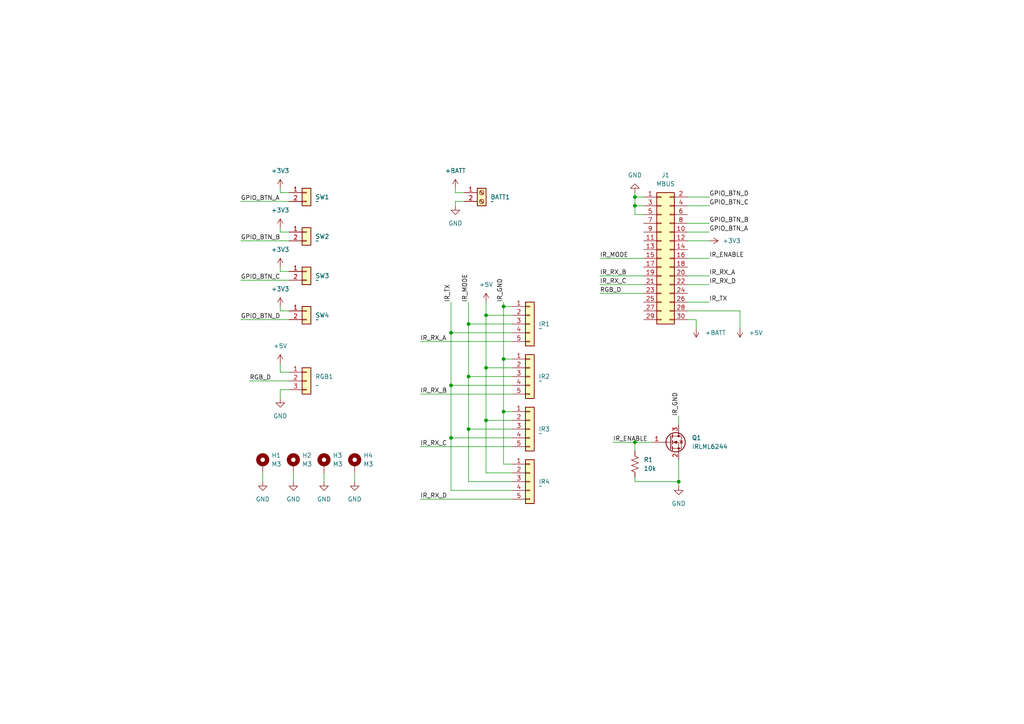
<source format=kicad_sch>
(kicad_sch (version 20230121) (generator eeschema)
  (paper "A4")
  (lib_symbols
    (symbol "Connector:Screw_Terminal_01x02" (pin_names (offset 1.016) hide)
      (property "Reference" "J" (at 0 2.54 0))
      (property "Value" "Screw_Terminal_01x02" (at 0 -5.08 0))
      (symbol "Screw_Terminal_01x02_1_1"
        (rectangle (start -1.27 1.27) (end 1.27 -3.81) (stroke (width 0.254)) (fill (type background)))
        (circle (center 0 -2.54) (radius 0.635) (stroke (width 0.1524)))
        (polyline (pts (xy -0.5334 -2.2098) (xy 0.3302 -3.048)) (stroke (width 0.1524)))
        (polyline (pts (xy -0.5334 0.3302) (xy 0.3302 -0.508)) (stroke (width 0.1524)))
        (polyline (pts (xy -0.3556 -2.032) (xy 0.508 -2.8702)) (stroke (width 0.1524)))
        (polyline (pts (xy -0.3556 0.508) (xy 0.508 -0.3302)) (stroke (width 0.1524)))
        (circle (center 0 0) (radius 0.635) (stroke (width 0.1524)))
        (pin passive line (at -5.08 0 0) (length 3.81) (name "Pin_1") (number "1"))
        (pin passive line (at -5.08 -2.54 0) (length 3.81) (name "Pin_2") (number "2"))
      )
    )
    (symbol "Connector_Generic:Conn_01x02" (pin_names (offset 1.016) hide)
      (property "Reference" "J" (at 0 2.54 0))
      (property "Value" "Conn_01x02" (at 0 -5.08 0))
      (symbol "Conn_01x02_1_1"
        (rectangle (start -1.27 -2.413) (end 0 -2.667) (stroke (width 0.1524)))
        (rectangle (start -1.27 0.127) (end 0 -0.127) (stroke (width 0.1524)))
        (rectangle (start -1.27 1.27) (end 1.27 -3.81) (stroke (width 0.254)) (fill (type background)))
        (pin passive line (at -5.08 0 0) (length 3.81) (name "Pin_1") (number "1"))
        (pin passive line (at -5.08 -2.54 0) (length 3.81) (name "Pin_2") (number "2"))
      )
    )
    (symbol "Connector_Generic:Conn_01x03" (pin_names (offset 1.016) hide)
      (property "Reference" "J" (at 0 5.08 0))
      (property "Value" "Conn_01x03" (at 0 -5.08 0))
      (symbol "Conn_01x03_1_1"
        (rectangle (start -1.27 -2.413) (end 0 -2.667) (stroke (width 0.1524)))
        (rectangle (start -1.27 0.127) (end 0 -0.127) (stroke (width 0.1524)))
        (rectangle (start -1.27 2.667) (end 0 2.413) (stroke (width 0.1524)))
        (rectangle (start -1.27 3.81) (end 1.27 -3.81) (stroke (width 0.254)) (fill (type background)))
        (pin passive line (at -5.08 2.54 0) (length 3.81) (name "Pin_1") (number "1"))
        (pin passive line (at -5.08 0 0) (length 3.81) (name "Pin_2") (number "2"))
        (pin passive line (at -5.08 -2.54 0) (length 3.81) (name "Pin_3") (number "3"))
      )
    )
    (symbol "Connector_Generic:Conn_01x05" (pin_names (offset 1.016) hide)
      (property "Reference" "J" (at 0 7.62 0))
      (property "Value" "Conn_01x05" (at 0 -7.62 0))
      (symbol "Conn_01x05_1_1"
        (rectangle (start -1.27 -4.953) (end 0 -5.207) (stroke (width 0.1524)))
        (rectangle (start -1.27 -2.413) (end 0 -2.667) (stroke (width 0.1524)))
        (rectangle (start -1.27 0.127) (end 0 -0.127) (stroke (width 0.1524)))
        (rectangle (start -1.27 2.667) (end 0 2.413) (stroke (width 0.1524)))
        (rectangle (start -1.27 5.207) (end 0 4.953) (stroke (width 0.1524)))
        (rectangle (start -1.27 6.35) (end 1.27 -6.35) (stroke (width 0.254)) (fill (type background)))
        (pin passive line (at -5.08 5.08 0) (length 3.81) (name "Pin_1") (number "1"))
        (pin passive line (at -5.08 2.54 0) (length 3.81) (name "Pin_2") (number "2"))
        (pin passive line (at -5.08 0 0) (length 3.81) (name "Pin_3") (number "3"))
        (pin passive line (at -5.08 -2.54 0) (length 3.81) (name "Pin_4") (number "4"))
        (pin passive line (at -5.08 -5.08 0) (length 3.81) (name "Pin_5") (number "5"))
      )
    )
    (symbol "Connector_Generic:Conn_02x15_Odd_Even" (pin_names (offset 1.016) hide)
      (property "Reference" "J" (at 1.27 20.32 0))
      (property "Value" "Conn_02x15_Odd_Even" (at 1.27 -20.32 0))
      (symbol "Conn_02x15_Odd_Even_1_1"
        (rectangle (start -1.27 -17.653) (end 0 -17.907) (stroke (width 0.1524)))
        (rectangle (start -1.27 -15.113) (end 0 -15.367) (stroke (width 0.1524)))
        (rectangle (start -1.27 -12.573) (end 0 -12.827) (stroke (width 0.1524)))
        (rectangle (start -1.27 -10.033) (end 0 -10.287) (stroke (width 0.1524)))
        (rectangle (start -1.27 -7.493) (end 0 -7.747) (stroke (width 0.1524)))
        (rectangle (start -1.27 -4.953) (end 0 -5.207) (stroke (width 0.1524)))
        (rectangle (start -1.27 -2.413) (end 0 -2.667) (stroke (width 0.1524)))
        (rectangle (start -1.27 0.127) (end 0 -0.127) (stroke (width 0.1524)))
        (rectangle (start -1.27 2.667) (end 0 2.413) (stroke (width 0.1524)))
        (rectangle (start -1.27 5.207) (end 0 4.953) (stroke (width 0.1524)))
        (rectangle (start -1.27 7.747) (end 0 7.493) (stroke (width 0.1524)))
        (rectangle (start -1.27 10.287) (end 0 10.033) (stroke (width 0.1524)))
        (rectangle (start -1.27 12.827) (end 0 12.573) (stroke (width 0.1524)))
        (rectangle (start -1.27 15.367) (end 0 15.113) (stroke (width 0.1524)))
        (rectangle (start -1.27 17.907) (end 0 17.653) (stroke (width 0.1524)))
        (rectangle (start -1.27 19.05) (end 3.81 -19.05) (stroke (width 0.254)) (fill (type background)))
        (rectangle (start 3.81 -17.653) (end 2.54 -17.907) (stroke (width 0.1524)))
        (rectangle (start 3.81 -15.113) (end 2.54 -15.367) (stroke (width 0.1524)))
        (rectangle (start 3.81 -12.573) (end 2.54 -12.827) (stroke (width 0.1524)))
        (rectangle (start 3.81 -10.033) (end 2.54 -10.287) (stroke (width 0.1524)))
        (rectangle (start 3.81 -7.493) (end 2.54 -7.747) (stroke (width 0.1524)))
        (rectangle (start 3.81 -4.953) (end 2.54 -5.207) (stroke (width 0.1524)))
        (rectangle (start 3.81 -2.413) (end 2.54 -2.667) (stroke (width 0.1524)))
        (rectangle (start 3.81 0.127) (end 2.54 -0.127) (stroke (width 0.1524)))
        (rectangle (start 3.81 2.667) (end 2.54 2.413) (stroke (width 0.1524)))
        (rectangle (start 3.81 5.207) (end 2.54 4.953) (stroke (width 0.1524)))
        (rectangle (start 3.81 7.747) (end 2.54 7.493) (stroke (width 0.1524)))
        (rectangle (start 3.81 10.287) (end 2.54 10.033) (stroke (width 0.1524)))
        (rectangle (start 3.81 12.827) (end 2.54 12.573) (stroke (width 0.1524)))
        (rectangle (start 3.81 15.367) (end 2.54 15.113) (stroke (width 0.1524)))
        (rectangle (start 3.81 17.907) (end 2.54 17.653) (stroke (width 0.1524)))
        (pin passive line (at -5.08 17.78 0) (length 3.81) (name "Pin_1") (number "1"))
        (pin passive line (at 7.62 7.62 180) (length 3.81) (name "Pin_10") (number "10"))
        (pin passive line (at -5.08 5.08 0) (length 3.81) (name "Pin_11") (number "11"))
        (pin passive line (at 7.62 5.08 180) (length 3.81) (name "Pin_12") (number "12"))
        (pin passive line (at -5.08 2.54 0) (length 3.81) (name "Pin_13") (number "13"))
        (pin passive line (at 7.62 2.54 180) (length 3.81) (name "Pin_14") (number "14"))
        (pin passive line (at -5.08 0 0) (length 3.81) (name "Pin_15") (number "15"))
        (pin passive line (at 7.62 0 180) (length 3.81) (name "Pin_16") (number "16"))
        (pin passive line (at -5.08 -2.54 0) (length 3.81) (name "Pin_17") (number "17"))
        (pin passive line (at 7.62 -2.54 180) (length 3.81) (name "Pin_18") (number "18"))
        (pin passive line (at -5.08 -5.08 0) (length 3.81) (name "Pin_19") (number "19"))
        (pin passive line (at 7.62 17.78 180) (length 3.81) (name "Pin_2") (number "2"))
        (pin passive line (at 7.62 -5.08 180) (length 3.81) (name "Pin_20") (number "20"))
        (pin passive line (at -5.08 -7.62 0) (length 3.81) (name "Pin_21") (number "21"))
        (pin passive line (at 7.62 -7.62 180) (length 3.81) (name "Pin_22") (number "22"))
        (pin passive line (at -5.08 -10.16 0) (length 3.81) (name "Pin_23") (number "23"))
        (pin passive line (at 7.62 -10.16 180) (length 3.81) (name "Pin_24") (number "24"))
        (pin passive line (at -5.08 -12.7 0) (length 3.81) (name "Pin_25") (number "25"))
        (pin passive line (at 7.62 -12.7 180) (length 3.81) (name "Pin_26") (number "26"))
        (pin passive line (at -5.08 -15.24 0) (length 3.81) (name "Pin_27") (number "27"))
        (pin passive line (at 7.62 -15.24 180) (length 3.81) (name "Pin_28") (number "28"))
        (pin passive line (at -5.08 -17.78 0) (length 3.81) (name "Pin_29") (number "29"))
        (pin passive line (at -5.08 15.24 0) (length 3.81) (name "Pin_3") (number "3"))
        (pin passive line (at 7.62 -17.78 180) (length 3.81) (name "Pin_30") (number "30"))
        (pin passive line (at 7.62 15.24 180) (length 3.81) (name "Pin_4") (number "4"))
        (pin passive line (at -5.08 12.7 0) (length 3.81) (name "Pin_5") (number "5"))
        (pin passive line (at 7.62 12.7 180) (length 3.81) (name "Pin_6") (number "6"))
        (pin passive line (at -5.08 10.16 0) (length 3.81) (name "Pin_7") (number "7"))
        (pin passive line (at 7.62 10.16 180) (length 3.81) (name "Pin_8") (number "8"))
        (pin passive line (at -5.08 7.62 0) (length 3.81) (name "Pin_9") (number "9"))
      )
    )
    (symbol "Device:R_US" (pin_numbers hide) (pin_names (offset 0))
      (property "Reference" "R" (at 2.54 0 90))
      (property "Value" "R_US" (at -2.54 0 90))
      (symbol "R_US_0_1"
        (polyline (pts (xy 0 -2.286) (xy 0 -2.54)))
        (polyline (pts (xy 0 2.286) (xy 0 2.54)))
        (polyline (pts (xy 0 -0.762) (xy 1.016 -1.143) (xy 0 -1.524) (xy -1.016 -1.905) (xy 0 -2.286)))
        (polyline (pts (xy 0 0.762) (xy 1.016 0.381) (xy 0 0) (xy -1.016 -0.381) (xy 0 -0.762)))
        (polyline (pts (xy 0 2.286) (xy 1.016 1.905) (xy 0 1.524) (xy -1.016 1.143) (xy 0 0.762)))
      )
      (symbol "R_US_1_1"
        (pin passive line (at 0 3.81 270) (length 1.27) (name "~") (number "1"))
        (pin passive line (at 0 -3.81 90) (length 1.27) (name "~") (number "2"))
      )
    )
    (symbol "Mechanical:MountingHole_Pad" (pin_numbers hide) (pin_names (offset 1.016) hide)
      (property "Reference" "H" (at 0 6.35 0))
      (property "Value" "MountingHole_Pad" (at 0 4.445 0))
      (symbol "MountingHole_Pad_0_1"
        (circle (center 0 1.27) (radius 1.27) (stroke (width 1.27)))
      )
      (symbol "MountingHole_Pad_1_1"
        (pin input line (at 0 -2.54 90) (length 2.54) (name "1") (number "1"))
      )
    )
    (symbol "Transistor_FET:IRLML6244" (pin_names hide)
      (property "Reference" "Q" (at 5.08 1.905 0))
      (property "Value" "IRLML6244" (at 5.08 0 0))
      (symbol "IRLML6244_0_1"
        (polyline (pts (xy 0.254 0) (xy -2.54 0)))
        (polyline (pts (xy 0.254 1.905) (xy 0.254 -1.905)) (stroke (width 0.254)))
        (polyline (pts (xy 0.762 -1.27) (xy 0.762 -2.286)) (stroke (width 0.254)))
        (polyline (pts (xy 0.762 0.508) (xy 0.762 -0.508)) (stroke (width 0.254)))
        (polyline (pts (xy 0.762 2.286) (xy 0.762 1.27)) (stroke (width 0.254)))
        (polyline (pts (xy 2.54 2.54) (xy 2.54 1.778)))
        (polyline (pts (xy 2.54 -2.54) (xy 2.54 0) (xy 0.762 0)))
        (polyline (pts (xy 0.762 -1.778) (xy 3.302 -1.778) (xy 3.302 1.778) (xy 0.762 1.778)))
        (polyline (pts (xy 1.016 0) (xy 2.032 0.381) (xy 2.032 -0.381) (xy 1.016 0)) (fill (type outline)))
        (polyline (pts (xy 2.794 0.508) (xy 2.921 0.381) (xy 3.683 0.381) (xy 3.81 0.254)))
        (polyline (pts (xy 3.302 0.381) (xy 2.921 -0.254) (xy 3.683 -0.254) (xy 3.302 0.381)))
        (circle (center 1.651 0) (radius 2.794) (stroke (width 0.254)))
        (circle (center 2.54 -1.778) (radius 0.254) (fill (type outline)))
        (circle (center 2.54 1.778) (radius 0.254) (fill (type outline)))
      )
      (symbol "IRLML6244_1_1"
        (pin input line (at -5.08 0 0) (length 2.54) (name "G") (number "1"))
        (pin passive line (at 2.54 -5.08 90) (length 2.54) (name "S") (number "2"))
        (pin passive line (at 2.54 5.08 270) (length 2.54) (name "D") (number "3"))
      )
    )
    (symbol "power:+3V3" (power) (pin_names (offset 0))
      (property "Value" "+3V3" (at 0 3.556 0))
      (symbol "+3V3_0_1"
        (polyline (pts (xy -0.762 1.27) (xy 0 2.54)))
        (polyline (pts (xy 0 0) (xy 0 2.54)))
        (polyline (pts (xy 0 2.54) (xy 0.762 1.27)))
      )
      (symbol "+3V3_1_1"
        (pin power_in line (at 0 0 90) (length 0) hide (name "+3V3") (number "1"))
      )
    )
    (symbol "power:+5V" (power) (pin_names (offset 0))
      (property "Value" "+5V" (at 0 3.556 0))
      (symbol "+5V_0_1"
        (polyline (pts (xy -0.762 1.27) (xy 0 2.54)))
        (polyline (pts (xy 0 0) (xy 0 2.54)))
        (polyline (pts (xy 0 2.54) (xy 0.762 1.27)))
      )
      (symbol "+5V_1_1"
        (pin power_in line (at 0 0 90) (length 0) hide (name "+5V") (number "1"))
      )
    )
    (symbol "power:+BATT" (power) (pin_names (offset 0))
      (property "Value" "+BATT" (at 0 3.556 0))
      (symbol "+BATT_0_1"
        (polyline (pts (xy -0.762 1.27) (xy 0 2.54)))
        (polyline (pts (xy 0 0) (xy 0 2.54)))
        (polyline (pts (xy 0 2.54) (xy 0.762 1.27)))
      )
      (symbol "+BATT_1_1"
        (pin power_in line (at 0 0 90) (length 0) hide (name "+BATT") (number "1"))
      )
    )
    (symbol "power:GND" (power) (pin_names (offset 0))
      (property "Value" "GND" (at 0 -3.81 0))
      (symbol "GND_0_1"
        (polyline (pts (xy 0 0) (xy 0 -1.27) (xy 1.27 -1.27) (xy 0 -2.54) (xy -1.27 -1.27) (xy 0 -1.27)))
      )
      (symbol "GND_1_1"
        (pin power_in line (at 0 0 270) (length 0) hide (name "GND") (number "1"))
      )
    )
  )
  (junction (at 140.97 121.92))
  (junction (at 135.89 93.98))
  (junction (at 146.05 119.38))
  (junction (at 146.05 88.9))
  (junction (at 135.89 109.22))
  (junction (at 184.15 57.15))
  (junction (at 184.15 59.69))
  (junction (at 130.81 127))
  (junction (at 184.15 128.27))
  (junction (at 130.81 111.76))
  (junction (at 140.97 106.68))
  (junction (at 140.97 91.44))
  (junction (at 196.85 139.7))
  (junction (at 135.89 124.46))
  (junction (at 130.81 96.52))
  (junction (at 146.05 104.14))
  (wire (pts (xy 81.28 78.74) (xy 83.82 78.74)))
  (wire (pts (xy 81.28 67.31) (xy 83.82 67.31)))
  (wire (pts (xy 135.89 139.7) (xy 135.89 124.46)))
  (wire (pts (xy 102.87 137.16) (xy 102.87 139.7)))
  (wire (pts (xy 148.59 124.46) (xy 135.89 124.46)))
  (wire (pts (xy 173.99 82.55) (xy 186.69 82.55)))
  (wire (pts (xy 69.85 92.71) (xy 83.82 92.71)))
  (wire (pts (xy 184.15 138.43) (xy 184.15 139.7)))
  (wire (pts (xy 130.81 96.52) (xy 130.81 87.63)))
  (wire (pts (xy 186.69 59.69) (xy 184.15 59.69)))
  (wire (pts (xy 148.59 88.9) (xy 146.05 88.9)))
  (wire (pts (xy 184.15 139.7) (xy 196.85 139.7)))
  (wire (pts (xy 121.92 99.06) (xy 148.59 99.06)))
  (wire (pts (xy 81.28 107.95) (xy 81.28 105.41)))
  (wire (pts (xy 196.85 139.7) (xy 196.85 140.97)))
  (wire (pts (xy 199.39 82.55) (xy 205.74 82.55)))
  (wire (pts (xy 69.85 69.85) (xy 83.82 69.85)))
  (wire (pts (xy 135.89 124.46) (xy 135.89 109.22)))
  (wire (pts (xy 83.82 107.95) (xy 81.28 107.95)))
  (wire (pts (xy 199.39 67.31) (xy 205.74 67.31)))
  (wire (pts (xy 93.98 137.16) (xy 93.98 139.7)))
  (wire (pts (xy 148.59 96.52) (xy 130.81 96.52)))
  (wire (pts (xy 130.81 142.24) (xy 130.81 127)))
  (wire (pts (xy 199.39 92.71) (xy 201.93 92.71)))
  (wire (pts (xy 130.81 127) (xy 130.81 111.76)))
  (wire (pts (xy 214.63 90.17) (xy 214.63 95.25)))
  (wire (pts (xy 121.92 114.3) (xy 148.59 114.3)))
  (wire (pts (xy 184.15 128.27) (xy 184.15 130.81)))
  (wire (pts (xy 148.59 139.7) (xy 135.89 139.7)))
  (wire (pts (xy 83.82 113.03) (xy 81.28 113.03)))
  (wire (pts (xy 184.15 59.69) (xy 184.15 57.15)))
  (wire (pts (xy 199.39 64.77) (xy 205.74 64.77)))
  (wire (pts (xy 81.28 55.88) (xy 83.82 55.88)))
  (wire (pts (xy 196.85 133.35) (xy 196.85 139.7)))
  (wire (pts (xy 146.05 119.38) (xy 146.05 104.14)))
  (wire (pts (xy 81.28 66.04) (xy 81.28 67.31)))
  (wire (pts (xy 146.05 104.14) (xy 146.05 88.9)))
  (wire (pts (xy 199.39 69.85) (xy 205.74 69.85)))
  (wire (pts (xy 177.8 128.27) (xy 184.15 128.27)))
  (wire (pts (xy 134.62 55.88) (xy 132.08 55.88)))
  (wire (pts (xy 199.39 80.01) (xy 205.74 80.01)))
  (wire (pts (xy 130.81 111.76) (xy 130.81 96.52)))
  (wire (pts (xy 132.08 55.88) (xy 132.08 54.61)))
  (wire (pts (xy 140.97 106.68) (xy 140.97 91.44)))
  (wire (pts (xy 173.99 80.01) (xy 186.69 80.01)))
  (wire (pts (xy 135.89 109.22) (xy 135.89 93.98)))
  (wire (pts (xy 69.85 58.42) (xy 83.82 58.42)))
  (wire (pts (xy 81.28 113.03) (xy 81.28 115.57)))
  (wire (pts (xy 148.59 111.76) (xy 130.81 111.76)))
  (wire (pts (xy 85.09 137.16) (xy 85.09 139.7)))
  (wire (pts (xy 81.28 88.9) (xy 81.28 90.17)))
  (wire (pts (xy 148.59 104.14) (xy 146.05 104.14)))
  (wire (pts (xy 69.85 81.28) (xy 83.82 81.28)))
  (wire (pts (xy 81.28 90.17) (xy 83.82 90.17)))
  (wire (pts (xy 148.59 119.38) (xy 146.05 119.38)))
  (wire (pts (xy 184.15 62.23) (xy 184.15 59.69)))
  (wire (pts (xy 135.89 93.98) (xy 135.89 87.63)))
  (wire (pts (xy 146.05 134.62) (xy 146.05 119.38)))
  (wire (pts (xy 173.99 74.93) (xy 186.69 74.93)))
  (wire (pts (xy 186.69 57.15) (xy 184.15 57.15)))
  (wire (pts (xy 140.97 137.16) (xy 140.97 121.92)))
  (wire (pts (xy 148.59 134.62) (xy 146.05 134.62)))
  (wire (pts (xy 121.92 129.54) (xy 148.59 129.54)))
  (wire (pts (xy 148.59 127) (xy 130.81 127)))
  (wire (pts (xy 140.97 121.92) (xy 140.97 106.68)))
  (wire (pts (xy 134.62 58.42) (xy 132.08 58.42)))
  (wire (pts (xy 199.39 87.63) (xy 205.74 87.63)))
  (wire (pts (xy 140.97 91.44) (xy 140.97 87.63)))
  (wire (pts (xy 184.15 128.27) (xy 189.23 128.27)))
  (wire (pts (xy 196.85 120.65) (xy 196.85 123.19)))
  (wire (pts (xy 148.59 142.24) (xy 130.81 142.24)))
  (wire (pts (xy 173.99 85.09) (xy 186.69 85.09)))
  (wire (pts (xy 199.39 74.93) (xy 205.74 74.93)))
  (wire (pts (xy 81.28 54.61) (xy 81.28 55.88)))
  (wire (pts (xy 148.59 91.44) (xy 140.97 91.44)))
  (wire (pts (xy 146.05 87.63) (xy 146.05 88.9)))
  (wire (pts (xy 148.59 93.98) (xy 135.89 93.98)))
  (wire (pts (xy 199.39 90.17) (xy 214.63 90.17)))
  (wire (pts (xy 148.59 137.16) (xy 140.97 137.16)))
  (wire (pts (xy 148.59 106.68) (xy 140.97 106.68)))
  (wire (pts (xy 148.59 109.22) (xy 135.89 109.22)))
  (wire (pts (xy 186.69 62.23) (xy 184.15 62.23)))
  (wire (pts (xy 199.39 57.15) (xy 205.74 57.15)))
  (wire (pts (xy 72.39 110.49) (xy 83.82 110.49)))
  (wire (pts (xy 121.92 144.78) (xy 148.59 144.78)))
  (wire (pts (xy 201.93 92.71) (xy 201.93 95.25)))
  (wire (pts (xy 76.2 137.16) (xy 76.2 139.7)))
  (wire (pts (xy 148.59 121.92) (xy 140.97 121.92)))
  (wire (pts (xy 184.15 57.15) (xy 184.15 55.88)))
  (wire (pts (xy 199.39 59.69) (xy 205.74 59.69)))
  (wire (pts (xy 81.28 77.47) (xy 81.28 78.74)))
  (wire (pts (xy 132.08 58.42) (xy 132.08 59.69)))
  (label "IR_TX" (at 130.81 87.63 90))
  (label "GPIO_BTN_A" (at 69.85 58.42 0))
  (label "RGB_D" (at 173.99 85.09 0))
  (label "IR_RX_B" (at 173.99 80.01 0))
  (label "GPIO_BTN_C" (at 69.85 81.28 0))
  (label "GPIO_BTN_D" (at 69.85 92.71 0))
  (label "IR_RX_D" (at 121.92 144.78 0))
  (label "IR_TX" (at 205.74 87.63 0))
  (label "IR_RX_A" (at 121.92 99.06 0))
  (label "IR_RX_D" (at 205.74 82.55 0))
  (label "GPIO_BTN_C" (at 205.74 59.69 0))
  (label "IR_GND" (at 146.05 87.63 90))
  (label "IR_RX_B" (at 121.92 114.3 0))
  (label "IR_ENABLE" (at 205.74 74.93 0))
  (label "GPIO_BTN_B" (at 205.74 64.77 0))
  (label "RGB_D" (at 72.39 110.49 0))
  (label "IR_GND" (at 196.85 120.65 90))
  (label "IR_MODE" (at 173.99 74.93 0))
  (label "IR_RX_A" (at 205.74 80.01 0))
  (label "IR_MODE" (at 135.89 87.63 90))
  (label "GPIO_BTN_B" (at 69.85 69.85 0))
  (label "GPIO_BTN_D" (at 205.74 57.15 0))
  (label "GPIO_BTN_A" (at 205.74 67.31 0))
  (label "IR_ENABLE" (at 177.8 128.27 0))
  (label "IR_RX_C" (at 121.92 129.54 0))
  (label "IR_RX_C" (at 173.99 82.55 0))
  (symbol (lib_id "Transistor_FET:IRLML6244") (at 194.31 128.27 0) (unit 1)
    (property "Reference" "Q1" (at 200.66 127 0) (effects (justify left)))
    (property "Value" "IRLML6244" (at 200.66 129.54 0) (effects (justify left)))
    (property "Footprint" "Package_TO_SOT_SMD:SOT-23" (effects hide))
    (property "Datasheet" "https://www.infineon.com/dgdl/Infineon-IRLML6244-DataSheet-v01_01-EN.pdf?fileId=5546d462533600a4015356686fed261f" (effects hide))
  )
  (symbol (lib_id "power:GND") (at 196.85 140.97 0) (unit 1)
    (property "Reference" "#PWR02" (effects hide))
    (property "Value" "GND" (at 196.85 146.05 0))
  )
  (symbol (lib_id "Mechanical:MountingHole_Pad") (at 76.2 134.62 0) (unit 1)
    (property "Reference" "H1" (at 78.74 132.08 0) (effects (justify left)))
    (property "Value" "M3" (at 78.74 134.62 0) (effects (justify left)))
    (property "Footprint" "MountingHole:MountingHole_3.2mm_M3_DIN965_Pad" (effects hide))
  )
  (symbol (lib_id "Mechanical:MountingHole_Pad") (at 85.09 134.62 0) (unit 1)
    (property "Reference" "H2" (at 87.63 132.08 0) (effects (justify left)))
    (property "Value" "M3" (at 87.63 134.62 0) (effects (justify left)))
    (property "Footprint" "MountingHole:MountingHole_3.2mm_M3_DIN965_Pad" (effects hide))
  )
  (symbol (lib_id "power:+5V") (at 81.28 105.41 0) (unit 1)
    (property "Reference" "#PWR014" (effects hide))
    (property "Value" "+5V" (at 81.28 100.33 0))
  )
  (symbol (lib_id "Connector_Generic:Conn_01x02") (at 88.9 90.17 0) (unit 1)
    (property "Reference" "SW4" (at 91.44 91.44 0) (effects (justify left)))
    (property "Value" "~" (at 91.44 92.71 0) (effects (justify left)))
    (property "Footprint" "Connector_JST:JST_PH_B2B-PH-K_1x02_P2.00mm_Vertical" (effects hide))
  )
  (symbol (lib_id "power:+3V3") (at 205.74 69.85 270) (unit 1)
    (property "Reference" "#PWR011" (effects hide))
    (property "Value" "+3V3" (at 209.55 69.85 90) (effects (justify left)))
  )
  (symbol (lib_id "Connector_Generic:Conn_02x15_Odd_Even") (at 191.77 74.93 0) (unit 1)
    (property "Reference" "J1" (at 193.04 50.8 0))
    (property "Value" "MBUS" (at 193.04 53.34 0))
    (property "Footprint" "Connector_PinHeader_2.54mm:PinHeader_2x15_P2.54mm_Vertical" (effects hide))
  )
  (symbol (lib_id "Connector_Generic:Conn_01x05") (at 153.67 139.7 0) (unit 1)
    (property "Reference" "IR4" (at 156.21 139.7 0) (effects (justify left)))
    (property "Value" "~" (at 156.21 140.97 0) (effects (justify left)))
    (property "Footprint" "Connector_JST:JST_PH_B5B-PH-K_1x05_P2.00mm_Vertical" (effects hide))
  )
  (symbol (lib_id "power:+BATT") (at 132.08 54.61 0) (unit 1)
    (property "Reference" "#PWR01" (effects hide))
    (property "Value" "+BATT" (at 132.08 49.53 0))
  )
  (symbol (lib_id "Connector_Generic:Conn_01x05") (at 153.67 93.98 0) (unit 1)
    (property "Reference" "IR1" (at 156.21 93.98 0) (effects (justify left)))
    (property "Value" "~" (at 156.21 95.25 0) (effects (justify left)))
    (property "Footprint" "Connector_JST:JST_PH_B5B-PH-K_1x05_P2.00mm_Vertical" (effects hide))
  )
  (symbol (lib_id "power:GND") (at 102.87 139.7 0) (unit 1)
    (property "Reference" "#PWR018" (effects hide))
    (property "Value" "GND" (at 102.87 144.78 0))
  )
  (symbol (lib_id "Connector_Generic:Conn_01x02") (at 88.9 78.74 0) (unit 1)
    (property "Reference" "SW3" (at 91.44 80.01 0) (effects (justify left)))
    (property "Value" "~" (at 91.44 81.28 0) (effects (justify left)))
    (property "Footprint" "Connector_JST:JST_PH_B2B-PH-K_1x02_P2.00mm_Vertical" (effects hide))
  )
  (symbol (lib_id "power:+BATT") (at 201.93 95.25 180) (unit 1)
    (property "Reference" "#PWR012" (effects hide))
    (property "Value" "+BATT" (at 204.47 96.52 0) (effects (justify right)))
  )
  (symbol (lib_id "power:+3V3") (at 81.28 66.04 0) (unit 1)
    (property "Reference" "#PWR06" (effects hide))
    (property "Value" "+3V3" (at 81.28 60.96 0))
  )
  (symbol (lib_id "Connector_Generic:Conn_01x03") (at 88.9 110.49 0) (unit 1)
    (property "Reference" "RGB1" (at 91.44 109.22 0) (effects (justify left)))
    (property "Value" "~" (at 91.44 111.76 0) (effects (justify left)))
    (property "Footprint" "Connector_JST:JST_PH_B3B-PH-K_1x03_P2.00mm_Vertical" (effects hide))
  )
  (symbol (lib_id "Device:R_US") (at 184.15 134.62 0) (unit 1)
    (property "Reference" "R1" (at 186.69 133.35 0) (effects (justify left)))
    (property "Value" "10k" (at 186.69 135.89 0) (effects (justify left)))
    (property "Footprint" "Resistor_SMD:R_1206_3216Metric_Pad1.30x1.75mm_HandSolder" (effects hide))
  )
  (symbol (lib_id "Connector:Screw_Terminal_01x02") (at 139.7 55.88 0) (unit 1)
    (property "Reference" "BATT1" (at 142.24 57.15 0) (effects (justify left)))
    (property "Value" "~" (at 142.24 58.42 0) (effects (justify left)))
    (property "Footprint" "TerminalBlock_Phoenix:TerminalBlock_Phoenix_MKDS-1,5-2_1x02_P5.00mm_Horizontal" (effects hide))
  )
  (symbol (lib_id "Connector_Generic:Conn_01x05") (at 153.67 124.46 0) (unit 1)
    (property "Reference" "IR3" (at 156.21 124.46 0) (effects (justify left)))
    (property "Value" "~" (at 156.21 125.73 0) (effects (justify left)))
    (property "Footprint" "Connector_JST:JST_PH_B5B-PH-K_1x05_P2.00mm_Vertical" (effects hide))
  )
  (symbol (lib_id "power:GND") (at 93.98 139.7 0) (unit 1)
    (property "Reference" "#PWR017" (effects hide))
    (property "Value" "GND" (at 93.98 144.78 0))
  )
  (symbol (lib_id "power:+3V3") (at 81.28 54.61 0) (unit 1)
    (property "Reference" "#PWR03" (effects hide))
    (property "Value" "+3V3" (at 81.28 49.53 0))
  )
  (symbol (lib_id "Mechanical:MountingHole_Pad") (at 93.98 134.62 0) (unit 1)
    (property "Reference" "H3" (at 96.52 132.08 0) (effects (justify left)))
    (property "Value" "M3" (at 96.52 134.62 0) (effects (justify left)))
    (property "Footprint" "MountingHole:MountingHole_3.2mm_M3_DIN965_Pad" (effects hide))
  )
  (symbol (lib_id "power:GND") (at 76.2 139.7 0) (unit 1)
    (property "Reference" "#PWR015" (effects hide))
    (property "Value" "GND" (at 76.2 144.78 0))
  )
  (symbol (lib_id "power:GND") (at 184.15 55.88 180) (unit 1)
    (property "Reference" "#PWR09" (effects hide))
    (property "Value" "GND" (at 184.15 50.8 0))
  )
  (symbol (lib_id "power:+5V") (at 140.97 87.63 0) (unit 1)
    (property "Reference" "#PWR05" (effects hide))
    (property "Value" "+5V" (at 140.97 82.55 0))
  )
  (symbol (lib_id "Connector_Generic:Conn_01x02") (at 88.9 55.88 0) (unit 1)
    (property "Reference" "SW1" (at 91.44 57.15 0) (effects (justify left)))
    (property "Value" "~" (at 91.44 58.42 0) (effects (justify left)))
    (property "Footprint" "Connector_JST:JST_PH_B2B-PH-K_1x02_P2.00mm_Vertical" (effects hide))
  )
  (symbol (lib_id "Mechanical:MountingHole_Pad") (at 102.87 134.62 0) (unit 1)
    (property "Reference" "H4" (at 105.41 132.08 0) (effects (justify left)))
    (property "Value" "M3" (at 105.41 134.62 0) (effects (justify left)))
    (property "Footprint" "MountingHole:MountingHole_3.2mm_M3_DIN965_Pad" (effects hide))
  )
  (symbol (lib_id "power:+5V") (at 214.63 95.25 180) (unit 1)
    (property "Reference" "#PWR010" (effects hide))
    (property "Value" "+5V" (at 217.17 96.52 0) (effects (justify right)))
  )
  (symbol (lib_id "power:+3V3") (at 81.28 88.9 0) (unit 1)
    (property "Reference" "#PWR08" (effects hide))
    (property "Value" "+3V3" (at 81.28 83.82 0))
  )
  (symbol (lib_id "Connector_Generic:Conn_01x05") (at 153.67 109.22 0) (unit 1)
    (property "Reference" "IR2" (at 156.21 109.22 0) (effects (justify left)))
    (property "Value" "~" (at 156.21 110.49 0) (effects (justify left)))
    (property "Footprint" "Connector_JST:JST_PH_B5B-PH-K_1x05_P2.00mm_Vertical" (effects hide))
  )
  (symbol (lib_id "power:GND") (at 85.09 139.7 0) (unit 1)
    (property "Reference" "#PWR016" (effects hide))
    (property "Value" "GND" (at 85.09 144.78 0))
  )
  (symbol (lib_id "power:+3V3") (at 81.28 77.47 0) (unit 1)
    (property "Reference" "#PWR07" (effects hide))
    (property "Value" "+3V3" (at 81.28 72.39 0))
  )
  (symbol (lib_id "power:GND") (at 81.28 115.57 0) (unit 1)
    (property "Reference" "#PWR013" (effects hide))
    (property "Value" "GND" (at 81.28 120.65 0))
  )
  (symbol (lib_id "Connector_Generic:Conn_01x02") (at 88.9 67.31 0) (unit 1)
    (property "Reference" "SW2" (at 91.44 68.58 0) (effects (justify left)))
    (property "Value" "~" (at 91.44 69.85 0) (effects (justify left)))
    (property "Footprint" "Connector_JST:JST_PH_B2B-PH-K_1x02_P2.00mm_Vertical" (effects hide))
  )
  (symbol (lib_id "power:GND") (at 132.08 59.69 0) (unit 1)
    (property "Reference" "#PWR04" (effects hide))
    (property "Value" "GND" (at 132.08 64.77 0))
  )
)
</source>
